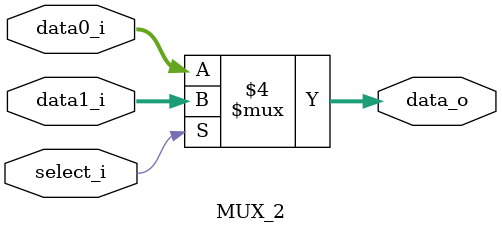
<source format=v>
`timescale 1ns / 1ps
module MUX_2(
			data0_i,
         data1_i,
         select_i,
         data_o
);

		parameter size = 0;			   
			
//I/O ports               
		input   [size-1:0] data0_i;          
		input   [size-1:0] data1_i;
		input              select_i;
		output  [size-1:0] data_o; 

//Internal Signals
		reg     [size-1:0] data_o;

//Main function
		always @(select_i) 
		begin
				 if (select_i == 0) data_o <= data0_i;
				 else data_o <= data1_i;
		end
endmodule    

</source>
